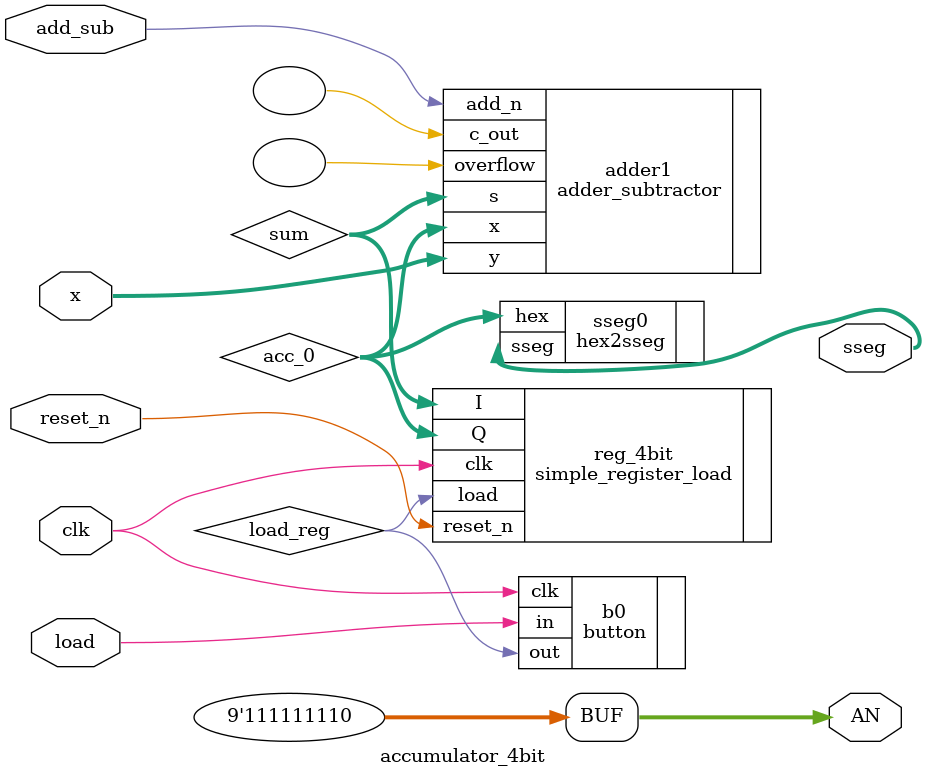
<source format=v>
`timescale 1ns / 1ps


module accumulator_4bit(
    input [3:0] x,
    input add_sub, load, reset_n, clk,
    output [6:0] sseg,
    output [8:0] AN
    
    );
    
    assign AN = 9'b111111110;
    
    wire load_reg;
    button b0 (
        .clk(clk),
        .in(load),
        .out(load_reg)
    );
    

    
    wire [3:0] acc_0;
    
    wire [3:0] sum;
    
    
    
    adder_subtractor #(.n(4)) adder1(
        .x(acc_0),
        .y(x),
        .add_n(add_sub),
        .s(sum),
        .c_out(),
        .overflow()
    );
    
    

    
    
    
    simple_register_load #(.N(4)) reg_4bit(
        .clk(clk),
        .load(load_reg),
        .reset_n(reset_n),
        .I(sum),
        .Q(acc_0)
    );
    


    
    
    hex2sseg sseg0(
        .hex(acc_0),
        .sseg(sseg)
    ); 
    
endmodule

</source>
